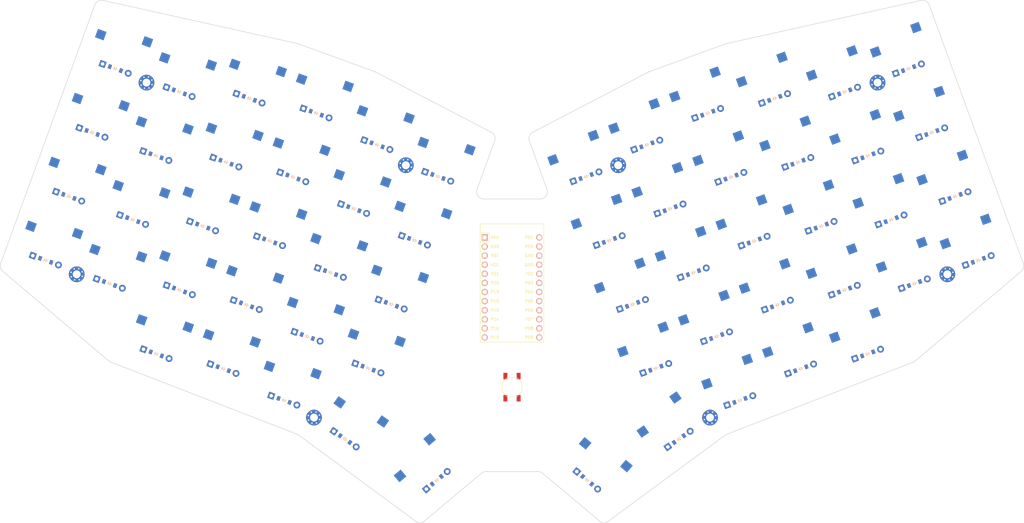
<source format=kicad_pcb>
(kicad_pcb (version 20240108) (generator "pcbnew") (generator_version "8.0")
  (title_block (title "keyboard") (rev "v1.0.0") (company "Unknown"))
  (layers (0 "F.Cu" signal) (31 "B.Cu" signal) (34 "B.Paste" user) (35 "F.Paste" user) (36 "B.SilkS" user "B.Silkscreen") (37 "F.SilkS" user "F.Silkscreen") (38 "B.Mask" user) (39 "F.Mask" user) (44 "Edge.Cuts" user))
  (net 0 "")
  (net 1 "P14")
  (net 2 "outer_bottom")
  (net 3 "outer_home")
  (net 4 "outer_top")
  (net 5 "outer_num")
  (net 6 "P16")
  (net 7 "pinky_bottom")
  (net 8 "pinky_home")
  (net 9 "pinky_top")
  (net 10 "pinky_num")
  (net 11 "ring_mod")
  (net 12 "P10")
  (net 13 "ring_bottom")
  (net 14 "ring_home")
  (net 15 "ring_top")
  (net 16 "ring_num")
  (net 17 "middle_mod")
  (net 18 "P7")
  (net 19 "middle_bottom")
  (net 20 "middle_home")
  (net 21 "middle_top")
  (net 22 "middle_num")
  (net 23 "index_mod")
  (net 24 "P8")
  (net 25 "index_bottom")
  (net 26 "index_home")
  (net 27 "index_top")
  (net 28 "index_num")
  (net 29 "P9")
  (net 30 "inner_bottom")
  (net 31 "inner_home")
  (net 32 "inner_top")
  (net 33 "inner_num")
  (net 34 "layer_cluster")
  (net 35 "space_cluster")
  (net 36 "mirror_outer_bottom")
  (net 37 "mirror_outer_home")
  (net 38 "mirror_outer_top")
  (net 39 "mirror_outer_num")
  (net 40 "mirror_pinky_bottom")
  (net 41 "mirror_pinky_home")
  (net 42 "mirror_pinky_top")
  (net 43 "mirror_pinky_num")
  (net 44 "mirror_ring_mod")
  (net 45 "mirror_ring_bottom")
  (net 46 "mirror_ring_home")
  (net 47 "mirror_ring_top")
  (net 48 "mirror_ring_num")
  (net 49 "mirror_middle_mod")
  (net 50 "mirror_middle_bottom")
  (net 51 "mirror_middle_home")
  (net 52 "mirror_middle_top")
  (net 53 "mirror_middle_num")
  (net 54 "mirror_index_mod")
  (net 55 "mirror_index_bottom")
  (net 56 "mirror_index_home")
  (net 57 "mirror_index_top")
  (net 58 "mirror_index_num")
  (net 59 "mirror_inner_bottom")
  (net 60 "mirror_inner_home")
  (net 61 "mirror_inner_top")
  (net 62 "mirror_inner_num")
  (net 63 "mirror_layer_cluster")
  (net 64 "mirror_space_cluster")
  (net 65 "P18")
  (net 66 "P19")
  (net 67 "P20")
  (net 68 "P21")
  (net 69 "P15")
  (net 70 "P5")
  (net 71 "P4")
  (net 72 "P0")
  (net 73 "P1")
  (net 74 "P6")
  (net 75 "RAW")
  (net 76 "GND")
  (net 77 "RST")
  (net 78 "VCC")
  (net 79 "P2")
  (net 80 "P3")
  (footprint "E73:SW_TACT_ALPS_SKQGABE010" (layer "F.Cu") (at 194.886628 150.466344 -90)
    (property "Reference" "B1" (hide yes))
    (property "Value" "" (hide yes))
  )
  (footprint "ComboDiode" (layer "F.Cu") (at 150.679035 100.602328 -20)
    (property "Reference" "D22" (hide yes))
    (property "Value" "" (hide yes))
  )
  (footprint "ComboDiode" (layer "F.Cu") (at 258.589369 154.164807 20)
    (property "Reference" "D48" (hide yes))
    (property "Value" "" (hide yes))
  )
  (footprint "MX" (layer "F.Cu") (at 247.884847 69.202091 20)
    (property "Reference" "S47" (hide yes))
    (property "Value" "" (hide yes))
  )
  (footprint "MX" (layer "F.Cu") (at 115.894878 140.61873 -20)
    (property "Reference" "S14" (hide yes))
    (property "Value" "" (hide yes))
  )
  (footprint "ComboDiode" (layer "F.Cu") (at 228.593494 127.304102 20)
    (property "Reference" "D54" (hide yes))
    (property "Value" "" (hide yes))
  )
  (footprint "ComboDiode" (layer "F.Cu") (at 256.09333 91.754714 20)
    (property "Reference" "D46" (hide yes))
    (property "Value" "" (hide yes))
  )
  (footprint "ComboDiode" (layer "F.Cu") (at 300.865184 103.659803 20)
    (property "Reference" "D35" (hide yes))
    (property "Value" "" (hide yes))
  )
  (footprint "MX" (layer "F.Cu") (at 220.385011 104.751479 20)
    (property "Reference" "S55" (hide yes))
    (property "Value" "" (hide yes))
  )
  (footprint "ComboDiode" (layer "F.Cu") (at 222.095112 109.449942 20)
    (property "Reference" "D55" (hide yes))
    (property "Value" "" (hide yes))
  )
  (footprint "MX" (layer "F.Cu") (at 128.891644 104.91041 -20)
    (property "Reference" "S16" (hide yes))
    (property "Value" "" (hide yes))
  )
  (footprint "ComboDiode" (layer "F.Cu") (at 307.363566 121.513962 20)
    (property "Reference" "D34" (hide yes))
    (property "Value" "" (hide yes))
  )
  (footprint "ComboDiode" (layer "F.Cu") (at 305.722578 61.4531 20)
    (property "Reference" "D33" (hide yes))
    (property "Value" "" (hide yes))
  )
  (footprint "MountingHole_2.2mm_M2_Pad_Via" (layer "F.Cu") (at 250.226623 158.964492 20)
    (property "Reference" "_8" (hide yes))
    (property "Value" "")
  )
  (footprint "MX" (layer "F.Cu") (at 103.614938 63.25302 -20)
    (property "Reference" "S8" (hide yes))
    (property "Value" "" (hide yes))
  )
  (footprint "MX" (layer "F.Cu") (at 219.116754 172.658012 -40)
    (property "Reference" "S58" (hide yes))
    (property "Value" "" (hide yes))
  )
  (footprint "MX" (layer "F.Cu") (at 141.888409 69.202091 -20)
    (property "Reference" "S18" (hide yes))
    (property "Value" "" (hide yes))
  )
  (footprint "MX" (layer "F.Cu") (at 305.653466 116.815499 20)
    (property "Reference" "S34" (hide yes))
    (property "Value" "" (hide yes))
  )
  (footprint "ComboDiode" (layer "F.Cu") (at 174.176527 91.595782 -20)
    (property "Reference" "D27" (hide yes))
    (property "Value" "" (hide yes))
  )
  (footprint "ComboDiode" (layer "F.Cu") (at 64.55553 115.01558 -20)
    (property "Reference" "D1" (hide yes))
    (property "Value" "" (hide yes))
  )
  (footprint "MX" (layer "F.Cu") (at 299.155083 98.96134 20)
    (property "Reference" "S35" (hide yes))
    (property "Value" "" (hide yes))
  )
  (footprint "ComboDiode" (layer "F.Cu") (at 232.595838 82.748168 20)
    (property "Reference" "D52" (hide yes))
    (property "Value" "" (hide yes))
  )
  (footprint "MX" (layer "F.Cu") (at 79.262396 74.608797 -20)
    (property "Reference" "S3" (hide yes))
    (property "Value" "" (hide yes))
  )
  (footprint "MX" (layer "F.Cu") (at 66.265631 110.317117 -20)
    (property "Reference" "S1" (hide yes))
    (property "Value" "" (hide yes))
  )
  (footprint "ComboDiode" (layer "F.Cu") (at 239.094221 100.602328 20)
    (property "Reference" "D51" (hide yes))
    (property "Value" "" (hide yes))
  )
  (footprint "MX" (layer "F.Cu") (at 145.890753 113.758025 -20)
    (property "Reference" "S21" (hide yes))
    (property "Value" "" (hide yes))
  )
  (footprint "MX" (layer "F.Cu") (at 273.878378 140.61873 20)
    (property "Reference" "S43" (hide yes))
    (property "Value" "" (hide yes))
  )
  (footprint "ComboDiode" (layer "F.Cu") (at 154.681379 145.158262 -20)
    (property "Reference" "D24" (hide yes))
    (property "Value" "" (hide yes))
  )
  (footprint "MX" (layer "F.Cu") (at 175.886628 86.897319 -20)
    (property "Reference" "S27" (hide yes))
    (property "Value" "" (hide yes))
  )
  (footprint "MountingHole_2.2mm_M2_Pad_Via" (layer "F.Cu") (at 139.546634 158.964492 -20)
    (property "Reference" "_4" (hide yes))
    (property "Value" "")
  )
  (footprint "ComboDiode" (layer "F.Cu") (at 262.591713 109.608873 20)
    (property "Reference" "D45" (hide yes))
    (property "Value" "" (hide yes))
  )
  (footprint "MX" (layer "F.Cu") (at 266.594057 65.05294 20)
    (property "Reference" "S42" (hide yes))
    (property "Value" "" (hide yes))
  )
  (footprint "MX" (layer "F.Cu") (at 254.38323 87.056251 20)
    (property "Reference" "S46" (hide yes))
    (property "Value" "" (hide yes))
  )
  (footprint "MX" (layer "F.Cu") (at 317.009243 92.462957 20)
    (property "Reference" "S31" (hide yes))
    (property "Value" "" (hide yes))
  )
  (footprint "ComboDiode" (layer "F.Cu") (at 137.68227 136.310648 -20)
    (property "Reference" "D20" (hide yes))
    (property "Value" "" (hide yes))
  )
  (footprint "MX" (layer "F.Cu") (at 279.590823 100.761259 20)
    (property "Reference" "S40" (hide yes))
    (property "Value" "" (hide yes))
  )
  (footprint "ComboDiode" (layer "F.Cu") (at 114.184778 145.317193 -20)
    (property "Reference" "D14" (hide yes))
    (property "Value" "" (hide yes))
  )
  (footprint "ComboDiode" (layer "F.Cu") (at 167.678145 109.449942 -20)
    (property "Reference" "D26" (hide yes))
    (property "Value" "" (hide yes))
  )
  (footprint "MX" (layer "F.Cu") (at 292.587588 136.469579 20)
    (property "Reference" "S38" (hide yes))
    (property "Value" "" (hide yes))
  )
  (footprint "MX" (layer "F.Cu") (at 85.760779 56.754637 -20)
    (property "Reference" "S4" (hide yes))
    (property "Value" "" (hide yes))
  )
  (footprint "MX" (layer "F.Cu") (at 122.393261 122.76457 -20)
    (property "Reference" "S15" (hide yes))
    (property "Value" "" (hide yes))
  )
  (footprint "ComboDiode" (layer "F.Cu") (at 131.183887 154.164807 -20)
    (property "Reference" "D19" (hide yes))
    (property "Value" "" (hide yes))
  )
  (footprint "MX" (layer "F.Cu") (at 132.893988 149.466344 -20)
    (property "Reference" "S19" (hide yes))
    (property "Value" "" (hide yes))
  )
  (footprint "ComboDiode" (layer "F.Cu") (at 275.588479 145.317193 20)
    (property "Reference" "D43" (hide yes))
    (property "Value" "" (hide yes))
  )
  (footprint "ComboDiode" (layer "F.Cu") (at 235.091877 145.158262 20)
    (property "Reference" "D53" (hide yes))
    (property "Value" "" (hide yes))
  )
  (footprint "MountingHole_2.2mm_M2_Pad_Via" (layer "F.Cu") (at 73.243196 118.922556 -20)
    (property "Reference" "_2" (hide yes))
    (property "Value" "")
  )
  (footprint "MX" (layer "F.Cu") (at 267.379995 122.76457 20)
    (property "Reference" "S44" (hide yes))
    (property "Value" "" (hide yes))
  )
  (footprint "MX" (layer "F.Cu") (at 97.116556 81.10718 -20)
    (property "Reference" "S7" (hide yes))
    (property "Value" "" (hide yes))
  )
  (footprint "MX" (layer "F.Cu") (at 156.39148 140.459799 -20)
    (property "Reference" "S24" (hide yes))
    (property "Value" "" (hide yes))
  )
  (footprint "MX" (layer "F.Cu") (at 158.887519 78.049705 -20)
    (property "Reference" "S23" (hide yes))
    (property "Value" "" (hide yes))
  )
  (footprint "MX" (layer "F.Cu") (at 213.886628 86.897319 20)
    (property "Reference" "S56" (hide yes))
    (property "Value" "" (hide yes))
  )
  (footprint "MX" (layer "F.Cu") (at 97.185668 136.469579 -20)
    (property "Reference" "S9" (hide yes))
    (property "Value" "" (hide yes))
  )
  (footprint "MX" (layer "F.Cu") (at 139.39237 131.612184 -20)
    (property "Reference" "S20" (hide yes))
    (property "Value" "" (hide yes))
  )
  (footprint "ComboDiode" (layer "F.Cu") (at 95.406455 85.805643 -20)
    (property "Reference" "D7" (hide yes))
    (property "Value" "" (hide yes))
  )
  (footprint "ComboDiode" (layer "F.Cu") (at 269.090096 127.463033 20)
    (property "Reference" "D44" (hide yes))
    (property "Value" "" (hide yes))
  )
  (footprint "ComboDiode" (layer "F.Cu") (at 71.053913 97.16142 -20)
    (property "Reference" "D2" (hide yes))
    (property "Value" "" (hide yes))
  )
  (footprint "ComboDiode" (layer "F.Cu") (at 101.904838 67.951483 -20)
    (property "Reference" "D8" (hide yes))
    (property "Value" "" (hide yes))
  )
  (footprint "MX" (layer "F.Cu") (at 233.381776 140.459799 20)
    (property "Reference" "S53" (hide yes))
    (property "Value" "" (hide yes))
  )
  (footprint "MX" (layer "F.Cu") (at 323.507626 110.317117 20)
    (property "Reference" "S30" (hide yes))
    (property "Value" "" (hide yes))
  )
  (footprint "ComboDiode" (layer "F.Cu") (at 157.177418 82.748168 -20)
    (property "Reference" "D23" (hide yes))
    (property "Value" "" (hide yes))
  )
  (footprint "MX" (layer "F.Cu") (at 123.179199 65.05294 -20)
    (property "Reference" "S13" (hide yes))
    (property "Value" "" (hide yes))
  )
  (footprint "MountingHole_2.2mm_M2_Pad_Via" (layer "F.Cu") (at 316.53006 118.922556 20)
    (property "Reference" "_6" (hide yes))
    (property "Value" "")
  )
  (footprint "ComboDiode" (layer "F.Cu") (at 245.592604 118.456488 20)
    (property "Reference" "D50" (hide yes))
    (property "Value" "" (hide yes))
  )
  (footprint "MX" (layer "F.Cu") (at 151.088442 160.877384 -35)
    (property "Reference" "S28" (hide yes))
    (property "Value" "" (hide yes))
  )
  (footprint "MX" (layer "F.Cu") (at 292.6567 81.10718 20)
    (property "Reference" "S36" (hide yes))
    (property "Value" "" (hide yes))
  )
  (footprint "MX" (layer "F.Cu") (at 238.684814 160.877384 35)
    (property "Reference" "S57" (hide yes))
    (property "Value" "" (hide yes))
  )
  (footprint "ComboDiode" (layer "F.Cu") (at 161.179762 127.304102 -20)
    (property "Reference" "D25" (hide yes))
    (property "Value" "" (hide yes))
  )
  (footprint "ComboDiode" (layer "F.Cu") (at 281.300923 105.459722 20)
    (property "Reference" "D40" (hide yes))
    (property "Value" "" (hide yes))
  )
  (footprint "ComboDiode" (layer "F.Cu") (at 140.178308 73.900554 -20)
    (property "Reference" "D18" (hide yes))
    (property "Value" "" (hide yes))
  )
  (footprint "ComboDiode" (layer "F.Cu") (at 114.970716 87.605563 -20)
    (property "Reference" "D12" (hide yes))
    (property "Value" "" (hide yes))
  )
  (footprint "ComboDiode" (layer "F.Cu") (at 294.366801 85.805643 20)
    (property "Reference" "D36" (hide yes))
    (property "Value" "" (hide yes))
  )
  (footprint "ComboDiode" (layer "F.Cu") (at 268.304158 69.751403 20)
    (property "Reference" "D42" (hide yes))
    (property "Value" "" (hide yes))
  )
  (footprint "MX" (layer "F.Cu") (at 256.879268 149.466344 20)
    (property "Reference" "S48" (hide yes))
    (property "Value" "" (hide yes))
  )
  (footprint "ProMicro" (layer "F.Cu") (at 194.886628 122.605639 -90)
    (property "Reference" "MCU1" (hide yes))
    (property "Value" "" (hide yes))
  )
  (footprint "ComboDiode" (layer "F.Cu") (at 325.217726 115.01558 20)
    (property "Reference" "D30" (hide yes))
    (property "Value" "" (hide yes))
  )
  (footprint "ComboDiode" (layer "F.Cu") (at 241.552696 164.973144 35)
    (property "Reference" "D57" (hide yes))
    (property "Value" "" (hide yes))
  )
  (footprint "MX" (layer "F.Cu") (at 250.380886 131.612184 20)
    (property "Reference" "S49" (hide yes))
    (property "Value" "" (hide yes))
  )
  (footprint "ComboDiode" (layer "F.Cu") (at 101.97395 123.313882 -20)
    (property "Reference" "D10" (hide yes))
    (property "Value" "" (hide yes))
  )
  (footprint "ComboDiode" (layer "F.Cu") (at 173.87044 176.488234 40)
    (property "Reference" "D29" (hide yes))
    (property "Value" "" (hide yes))
  )
  (footprint "ComboDiode" (layer "F.Cu") (at 287.868418 67.951483 20)
    (property "Reference" "D37" (hide yes))
    (property "Value" "" (hide yes))
  )
  (footprint "MX" (layer "F.Cu") (at 135.390026 87.056251 -20)
    (property "Reference" "S17" (hide yes))
    (property "Value" "" (hide yes))
  )
  (footprint "MX" (layer "F.Cu") (at 90.618173 98.96134 -20)
    (property "Reference" "S6" (hide yes))
    (property "Value" "" (hide yes))
  )
  (footprint "ComboDiode" (layer "F.Cu") (at 88.908072 103.659803 -20)
    (property "Reference" "D6" (hide yes))
    (property "Value" "" (hide yes))
  )
  (footprint "MX" (layer "F.Cu") (at 84.11979 116.815499 -20)
    (property "Reference" "S5" (hide yes))
    (property "Value" "" (hide yes))
  )
  (footprint "ComboDiode" (layer "F.Cu") (at 318.719344 97.16142 20)
    (property "Reference" "D31" (hide yes))
    (property "Value" "" (hide yes))
  )
  (footprint "ComboDiode" (layer "F.Cu") (at 127.181543 109.608873 -20)
    (property "Reference" "D16" (hide yes))
    (property "Value" "" (hide yes))
  )
  (footprint "MX" (layer "F.Cu") (at 152.389136 95.903865 -20)
    (property "Reference" "S22" (hide yes))
    (property "Value" "" (hide yes))
  )
  (footprint "MX" (layer "F.Cu") (at 162.889863 122.605639 -20)
    (property "Reference" "S25" (hide yes))
    (property "Value" "" (hide yes))
  )
  (footprint "MX" (layer "F.Cu") (at 286.158318 63.25302 20)
    (property "Reference" "S37" (hide yes))
    (property "Value" "" (hide yes))
  )
  (footprint "ComboDiode" (layer "F.Cu") (at 144.180652 118.456488 -20)
    (property "Reference" "D21" (hide yes))
    (property "Value" "" (hide yes))
  )
  (footprint "MX" (layer "F.Cu") (at 72.764013 92.462957 -20)
    (property "Reference" "S2" (hide yes))
    (property "Value" "" (hide yes))
  )
  (footprint "MX" (layer "F.Cu") (at 230.885738 78.049705 20)
    (property "Reference" "S52" (hide yes))
    (property "Value" "" (hide yes))
  )
  (footprint "MountingHole_2.2mm_M2_Pad_Via" (layer "F.Cu") (at 224.558011 88.44056 20)
    (property "Reference" "_7" (hide yes))
    (property "Value" "")
  )
  (footprint "ComboDiode" (layer "F.Cu") (at 121.469098 69.751403 -20)
    (property "Reference" "D13" (hide yes))
    (property "Value" "" (hide yes))
  )
  (footprint "ComboDiode" (layer "F.Cu") (at 274.802541 87.605563 20)
    (property "Reference" "D41" (hide yes))
    (property "Value" "" (hide yes))
  )
  (footprint "ComboDiode" (layer "F.Cu") (at 215.596729 91.595782 20)
    (property "Reference" "D56" (hide yes))
    (property "Value" "" (hide yes))
  )
  (footprint "ComboDiode" (layer "F.Cu") (at 148.22056 164.973144 -35)
    (property "Reference" "D28" (hide yes))
    (property "Value" "" (hide yes))
  )
  (footprint "ComboDiode" (layer "F.Cu") (at 82.40969 121.513962 -20)
    (property "Reference" "D5" (hide yes))
    (property "Value" "" (hide yes))
  )
  (footprint "ComboDiode" (layer "F.Cu") (at 95.475567 141.168042 -20)
    (property "Reference" "D9" (hide yes))
    (property "Value" "" (hide yes))
  )
  (footprint "ComboDiode" (layer "F.Cu") (at 120.68316 127.463033 -20)
    (property "Reference" "D15" (hide yes))
    (property "Value" "" (hide yes))
  )
  (footprint "ComboDiode" (layer "F.Cu") (at 249.594948 73.900554 20)
    (property "Reference" "D47" (hide yes))
    (property "Value" "" (hide yes))
  )
  (footprint "MountingHole_2.2mm_M2_Pad_Via" (layer "F.Cu") (at 297.034912 65.360076 20)
    (property "Reference" "_5" (hide yes))
    (property "Value" "")
  )
  (footprint "MX" (layer "F.Cu") (at 243.882503 113.758025 20)
    (property "Reference" "S50" (hide yes))
    (property "Value" "" (hide yes))
  )
  (footprint "MX" (layer "F.Cu") (at 273.09244 82.907099 20)
    (property "Reference" "S41" (hide yes))
    (property "Value" "" (hide yes))
  )
  (footprint "ComboDiode" (layer "F.Cu") (at 294.297689 141.168042 20)
    (property "Reference" "D38" (hide yes))
    (property "Value" "" (hide yes))
  )
  (footprint "ComboDiode" (layer "F.Cu") (at 312.220961 79.30726 20)
    (property "Reference" "D32" (hide yes))
    (property "Value" "" (hide yes))
  )
  (footprint "MX" (layer "F.Cu") (at 226.883394 122.605639 20)
    (property "Reference" "S54" (hide yes))
    (property "Value" "" (hide yes))
  )
  (footprint "ComboDiode" (layer "F.Cu") (at 108.472333 105.459722 -20)
    (property "Reference" "D11" (hide yes))
    (property "Value" "" (hide yes))
  )
  (footprint "MX" (layer "F.Cu") (at 310.51086 74.608797 20)
    (property "Reference" "S32" (hide yes))
    (property "Value" "" (hide yes))
  )
  (footprint "ComboDiode" (layer "F.Cu") (at 84.050678 61.4531 -20)
    (property "Reference" "D4" (hide yes))
    (property "Value" "" (hide yes))
  )
  (footprint "ComboDiode" (layer "F.Cu") (at 133.679926 91.754714 -20)
    (property "Reference" "D17" (hide yes))
    (property "Value" "" (hide yes))
  )
  (footprint "ComboDiode" (layer "F.Cu") (at 215.902816 176.488234 -40)
    (property "Reference" "D58" (hide yes))
    (property "Value" "" (hide yes))
  )
  (footprint "MX" (layer "F.Cu") (at 103.684051 118.615419 -20)
    (property "Reference" "S10" (hide yes))
    (property "Value" "" (hide yes))
  )
  (footprint "MX" (layer "F.Cu") (at 237.38412 95.903865 20)
    (property "Reference" "S51" (hide yes))
    (property "Value" "" (hide yes))
  )
  (footprint "MX" (layer "F.Cu") (at 260.881612 104.91041 20)
    (property "Reference" "S45" (hide yes))
    (property "Value" "" (hide yes))
  )
  (footprint "ComboDiode" (layer "F.Cu") (at 77.552295 79.30726 -20)
    (property "Reference" "D3" (hide yes))
    (property "Value" "" (hide yes))
  )
  (footprint "MountingHole_2.2mm_M2_Pad_Via" (layer "F.Cu") (at 92.738344 65.360076 -20)
    (property "Reference" "_1" (hide yes))
    (property "Value" "")
  )
  (footprint "MountingHole_2.2mm_M2_Pad_Via" (layer "F.Cu") (at 165.215245 88.44056 -20)
    (property "Reference" "_3" (hide yes))
    (property "Value" "")
  )
  (footprint "ComboDiode" (layer "F.Cu") (at 252.090986 136.310648 20)
    (property "Reference" "D49" (hide yes))
    (property "Value" "" (hide yes))
  )
  (footprint "MX" (layer "F.Cu") (at 304.012477 56.754637 20)
    (property "Reference" "S33" (hide yes))
    (property "Value" "" (hide yes))
  )
  (footprint "MX" (layer "F.Cu") (at 286.089205 118.615419 20)
    (property "Reference" "S39" (hide yes))
    (property "Value" "" (hide yes))
  )
  (footprint "MX" (layer "F.Cu") (at 169.388245 104.751479 -20)
    (property "Reference" "S26" (hide yes))
    (property "Value" "" (hide yes))
  )
  (footprint "MX" (layer "F.Cu") (at 116.680816 82.907099 -20)
    (property "Reference" "S12" (hide yes))
    (property "Value" "" (hide yes))
  )
  (footprint "MX" (layer "F.Cu") (at 110.182434 100.761259 -20)
    (property "Reference" "S11" (hide yes))
    (property "Value" "" (hide yes))
  )
  (footprint "ComboDiode" (layer "F.Cu") (at 287.799306 123.313882 20)
    (property "Reference" "D39" (hide yes))
    (property "Value" "" (hide yes))
  )
  (footprint "MX" (layer "F.Cu") (at 170.656502 172.658012 40)
    (property "Reference" "S29" (hide yes))
    (property "Value" "" (hide yes))
  )
  (gr_line (start 204.668403 95.194205) (end 199.746862 81.672383) (stroke (width 0.15)) (layer "Edge.Cuts"))
  (gr_line (start 156.744321 62.389344) (end 189.070378 79.214254) (stroke (width 0.15)) (layer "Edge.Cuts"))
  (gr_arc (start 221.800761 187.926983) (mid 220.551472 188.315469) (end 219.329325 187.848564) (stroke (width 0.15)) (layer "Edge.Cuts"))
  (gr_line (start 254.486075 163.859899) (end 221.800761 187.926983) (stroke (width 0.15)) (layer "Edge.Cuts"))
  (gr_line (start 190.026394 81.672383) (end 185.104853 95.194205) (stroke (width 0.15)) (layer "Edge.Cuts"))
  (gr_arc (start 134.822917 163.605119) (mid 135.063519 163.717075) (end 135.287181 163.859899) (stroke (width 0.15)) (layer "Edge.Cuts"))
  (gr_line (start 135.138289 54.507203) (end 156.504992 62.284048) (stroke (width 0.15)) (layer "Edge.Cuts"))
  (gr_line (start 167.972495 187.926983) (end 135.287181 163.859899) (stroke (width 0.15)) (layer "Edge.Cuts"))
  (gr_arc (start 337.77035 115.879879) (mid 337.823828 117.077765) (end 337.182543 118.090951) (stroke (width 0.15)) (layer "Edge.Cuts"))
  (gr_line (start 254.885987 54.434028) (end 309.173236 42.394717) (stroke (width 0.15)) (layer "Edge.Cuts"))
  (gr_line (start 186.300436 174.543377) (end 170.443931 187.848564) (stroke (width 0.15)) (layer "Edge.Cuts"))
  (gr_arc (start 156.504992 62.284047) (mid 156.626379 62.33278) (end 156.744321 62.389344) (stroke (width 0.15)) (layer "Edge.Cuts"))
  (gr_line (start 186.984238 97.878246) (end 202.789018 97.878246) (stroke (width 0.15)) (layer "Edge.Cuts"))
  (gr_line (start 52.002906 115.879879) (end 78.287614 43.663237) (stroke (width 0.15)) (layer "Edge.Cuts"))
  (gr_line (start 80.60002 42.394717) (end 134.887269 54.434028) (stroke (width 0.15)) (layer "Edge.Cuts"))
  (gr_line (start 233.268264 62.284048) (end 254.634967 54.507203) (stroke (width 0.15)) (layer "Edge.Cuts"))
  (gr_arc (start 199.746862 81.672382) (mid 199.762258 80.263399) (end 200.702878 79.214254) (stroke (width 0.15)) (layer "Edge.Cuts"))
  (gr_arc (start 202.187246 174.075465) (mid 202.871286 174.19608) (end 203.472821 174.543377) (stroke (width 0.15)) (layer "Edge.Cuts"))
  (gr_line (start 219.329325 187.848564) (end 203.47282 174.543377) (stroke (width 0.15)) (layer "Edge.Cuts"))
  (gr_arc (start 309.173237 42.394717) (mid 310.568171 42.59379) (end 311.485642 43.663237) (stroke (width 0.15)) (layer "Edge.Cuts"))
  (gr_line (start 337.182543 118.090951) (end 307.583858 143.1258) (stroke (width 0.15)) (layer "Edge.Cuts"))
  (gr_arc (start 204.668403 95.194206) (mid 204.427322 97.025399) (end 202.789018 97.878246) (stroke (width 0.15)) (layer "Edge.Cuts"))
  (gr_line (start 200.702878 79.214254) (end 233.028935 62.389344) (stroke (width 0.15)) (layer "Edge.Cuts"))
  (gr_arc (start 78.287615 43.663236) (mid 79.205086 42.593789) (end 80.60002 42.394717) (stroke (width 0.15)) (layer "Edge.Cuts"))
  (gr_line (start 311.485642 43.663237) (end 337.77035 115.879879) (stroke (width 0.15)) (layer "Edge.Cuts"))
  (gr_arc (start 186.300436 174.543376) (mid 186.901971 174.19608) (end 187.586011 174.075465) (stroke (width 0.15)) (layer "Edge.Cuts"))
  (gr_line (start 307.013877 143.464056) (end 254.950339 163.605119) (stroke (width 0.15)) (layer "Edge.Cuts"))
  (gr_arc (start 134.887269 54.434028) (mid 135.013976 54.466509) (end 135.138289 54.507203) (stroke (width 0.15)) (layer "Edge.Cuts"))
  (gr_arc (start 254.634967 54.507203) (mid 254.75928 54.466509) (end 254.885987 54.434028) (stroke (width 0.15)) (layer "Edge.Cuts"))
  (gr_line (start 134.822917 163.605119) (end 82.759379 143.464056) (stroke (width 0.15)) (layer "Edge.Cuts"))
  (gr_line (start 82.189398 143.1258) (end 52.590713 118.090951) (stroke (width 0.15)) (layer "Edge.Cuts"))
  (gr_line (start 202.187245 174.075465) (end 187.586011 174.075465) (stroke (width 0.15)) (layer "Edge.Cuts"))
  (gr_arc (start 307.583858 143.1258) (mid 307.312977 143.318703) (end 307.013877 143.464056) (stroke (width 0.15)) (layer "Edge.Cuts"))
  (gr_arc (start 189.070379 79.214254) (mid 190.010999 80.263399) (end 190.026394 81.672383) (stroke (width 0.15)) (layer "Edge.Cuts"))
  (gr_arc (start 233.028935 62.389345) (mid 233.146877 62.332781) (end 233.268264 62.284048) (stroke (width 0.15)) (layer "Edge.Cuts"))
  (gr_arc (start 170.443931 187.848563) (mid 169.221784 188.315469) (end 167.972495 187.926983) (stroke (width 0.15)) (layer "Edge.Cuts"))
  (gr_arc (start 186.984237 97.878246) (mid 185.345933 97.025398) (end 185.104853 95.194205) (stroke (width 0.15)) (layer "Edge.Cuts"))
  (gr_arc (start 254.486075 163.859899) (mid 254.709737 163.717074) (end 254.950339 163.605119) (stroke (width 0.15)) (layer "Edge.Cuts"))
  (gr_arc (start 82.759379 143.464056) (mid 82.460279 143.318704) (end 82.189398 143.1258) (stroke (width 0.15)) (layer "Edge.Cuts"))
  (gr_arc (start 52.590713 118.090951) (mid 51.949427 117.077765) (end 52.002906 115.879879) (stroke (width 0.15)) (layer "Edge.Cuts"))
)
</source>
